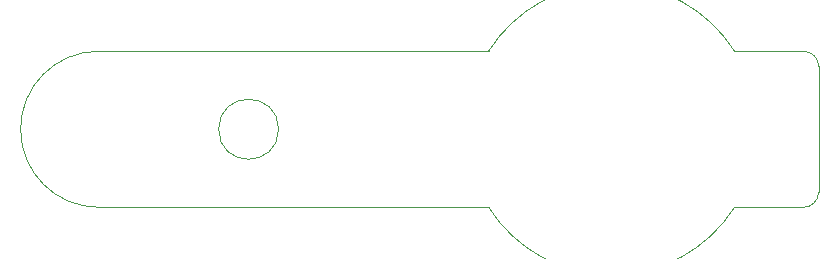
<source format=gm1>
%TF.GenerationSoftware,KiCad,Pcbnew,(6.0.0)*%
%TF.CreationDate,2025-06-04T13:55:59+10:00*%
%TF.ProjectId,LED torch,4c454420-746f-4726-9368-2e6b69636164,0.1*%
%TF.SameCoordinates,Original*%
%TF.FileFunction,Profile,NP*%
%FSLAX46Y46*%
G04 Gerber Fmt 4.6, Leading zero omitted, Abs format (unit mm)*
G04 Created by KiCad (PCBNEW (6.0.0)) date 2025-06-04 13:55:59*
%MOMM*%
%LPD*%
G01*
G04 APERTURE LIST*
%TA.AperFunction,Profile*%
%ADD10C,0.100000*%
%TD*%
G04 APERTURE END LIST*
D10*
X166370000Y-120904000D02*
G75*
G03*
X167640000Y-119634000I0J1270000D01*
G01*
X167640000Y-108966000D02*
G75*
G03*
X166370000Y-107696000I-1270000J0D01*
G01*
X160528000Y-120904000D02*
X166370000Y-120904000D01*
X139700001Y-120904000D02*
G75*
G03*
X160527999Y-120904000I10413999J6604000D01*
G01*
X166370000Y-107696000D02*
X160527999Y-107696000D01*
X160527999Y-107696000D02*
G75*
G03*
X139700001Y-107696000I-10413999J-6604000D01*
G01*
X106680000Y-107696000D02*
G75*
G03*
X106680000Y-120904000I0J-6604000D01*
G01*
X167640000Y-108966000D02*
X167640000Y-119634000D01*
X106680000Y-120904000D02*
X139700001Y-120904000D01*
X121920000Y-114300000D02*
G75*
G03*
X121920000Y-114300000I-2540000J0D01*
G01*
X139700001Y-107696000D02*
X106680000Y-107696000D01*
M02*

</source>
